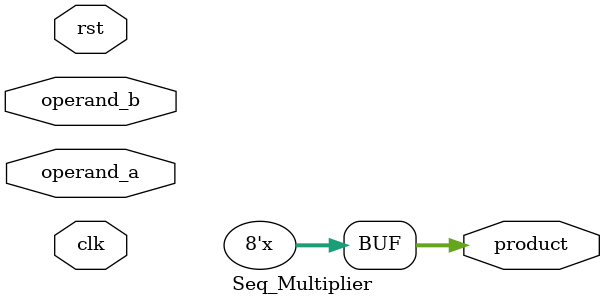
<source format=v>
`timescale 1ns / 1ps


module Seq_Multiplier(input clk, input rst, input [3:0] operand_a, input [3:0] operand_b, output reg [7:0] product);
//the two inputs are 4 bits and the product has 8 bits

    parameter S0_idle = 3'b000 , S1_multiply = 3'b001 , S2_update_result = 3'b010 ; //these are the parameters for state encoding
    reg [2:0] CS,NS; //current and next state indicate which state we are on.
    reg[7:0] partial_product, shift_count, multiplicand, operand_bb; //these are used in the multiplier to compute the multiplication. 8 bit registers.
  
    always @(posedge clk)
    begin
        if(rst==1) 
            CS <= S0_idle;// when reset=1, reset the CS of the FSM to "S0" CS
         else
            CS <= NS; // otherwise, next CS
    end 
    
    
    always@* //the * means it triggers for any change between the current state and reset.
    begin
        case({CS,rst}) //different cases depending on if the current state or reset change.
        S0_idle: //changes to the next state in this case
            begin
            partial_product <= 8'b0; //this will get the final product
            shift_count <= 3'b0; //counts the number of shifts happening
            multiplicand <= {4'b0, operand_a}; //shifted left by 4 bits
            operand_bb <= operand_b;
            NS = S1_multiply; 
            end
        S1_multiply: //changes to state two in this case
        begin
        NS = S2_update_result;
            if((operand_bb[0] == 0) && (shift_count < 4)) //if these conditions are true it performs a shift operation
            begin
                partial_product <= partial_product;
                shift_count <= shift_count + 3'b1;
                multiplicand <= multiplicand <<1;
                operand_bb <= operand_bb>>1; //right shift by 1 bit which is dividing it by 2.
                end
            else if ((operand_bb[0] == 1) && (shift_count < 4)) //if this is true it adds the current multiplicand to the partial product.
            begin
                partial_product <= partial_product + multiplicand;
                shift_count <= shift_count + 3'b1;
                multiplicand <= multiplicand <<1; //left shift by 1 bit which is multiplying it by 2.
                operand_bb <= operand_bb>>1;
            end
        end
    
    S2_update_result: //this checks if the shift is 4 then change the product otherwise it goes back to the previous state.
    begin
        if(shift_count ==4) //if there have been 4 shifts then it updates the final product. Otherwise it goes back to the previous state and keeps going.
        begin
            NS = S2_update_result;
            product <= partial_product;
        end
        else 
        begin
                NS = S1_multiply;
            end
            end
            endcase
            end
    endmodule

</source>
